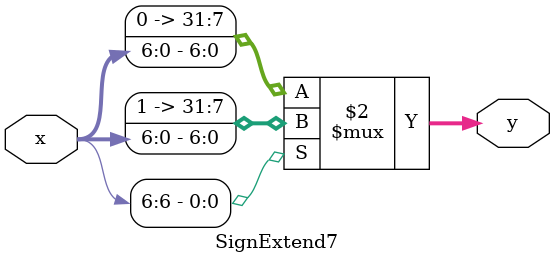
<source format=v>

module SignExtend7(input[6:0] x, output[31:0] y);

	assign y = (x[6] == 1) ? {25'b1111111111111111111111111, x} : {25'b0, x};

endmodule

</source>
